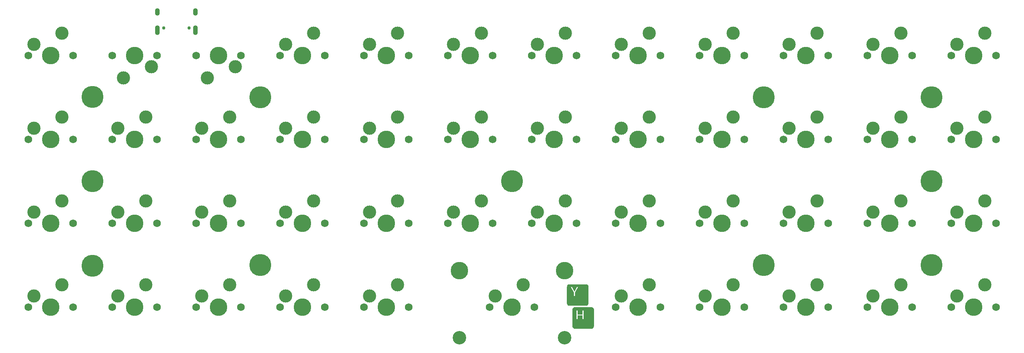
<source format=gbr>
%TF.GenerationSoftware,KiCad,Pcbnew,(6.0.0)*%
%TF.CreationDate,2023-08-19T11:13:56+07:00*%
%TF.ProjectId,pacman,7061636d-616e-42e6-9b69-6361645f7063,rev?*%
%TF.SameCoordinates,Original*%
%TF.FileFunction,Soldermask,Top*%
%TF.FilePolarity,Negative*%
%FSLAX46Y46*%
G04 Gerber Fmt 4.6, Leading zero omitted, Abs format (unit mm)*
G04 Created by KiCad (PCBNEW (6.0.0)) date 2023-08-19 11:13:56*
%MOMM*%
%LPD*%
G01*
G04 APERTURE LIST*
%ADD10C,0.010000*%
%ADD11C,3.987800*%
%ADD12C,1.750000*%
%ADD13C,3.000000*%
%ADD14C,5.000000*%
%ADD15C,3.048000*%
%ADD16C,0.750000*%
%ADD17O,1.100000X1.700000*%
%ADD18O,1.100000X2.200000*%
G04 APERTURE END LIST*
D10*
%TO.C,Ref\u002A\u002A*%
X150369248Y-84614946D02*
X150466435Y-84684049D01*
X150466435Y-84684049D02*
X150550502Y-84775472D01*
X150550502Y-84775472D02*
X150610471Y-84875965D01*
X150610471Y-84875965D02*
X150628613Y-84927913D01*
X150628613Y-84927913D02*
X150633150Y-84963519D01*
X150633150Y-84963519D02*
X150637169Y-85032848D01*
X150637169Y-85032848D02*
X150640681Y-85136842D01*
X150640681Y-85136842D02*
X150643697Y-85276444D01*
X150643697Y-85276444D02*
X150646227Y-85452597D01*
X150646227Y-85452597D02*
X150648283Y-85666245D01*
X150648283Y-85666245D02*
X150649875Y-85918331D01*
X150649875Y-85918331D02*
X150651015Y-86209798D01*
X150651015Y-86209798D02*
X150651712Y-86541589D01*
X150651712Y-86541589D02*
X150651977Y-86914648D01*
X150651977Y-86914648D02*
X150651981Y-86965415D01*
X150651981Y-86965415D02*
X150652032Y-87309962D01*
X150652032Y-87309962D02*
X150652057Y-87614780D01*
X150652057Y-87614780D02*
X150651859Y-87882475D01*
X150651859Y-87882475D02*
X150651243Y-88115653D01*
X150651243Y-88115653D02*
X150650015Y-88316918D01*
X150650015Y-88316918D02*
X150647979Y-88488875D01*
X150647979Y-88488875D02*
X150644940Y-88634129D01*
X150644940Y-88634129D02*
X150640703Y-88755286D01*
X150640703Y-88755286D02*
X150635072Y-88854950D01*
X150635072Y-88854950D02*
X150627853Y-88935727D01*
X150627853Y-88935727D02*
X150618850Y-89000221D01*
X150618850Y-89000221D02*
X150607868Y-89051038D01*
X150607868Y-89051038D02*
X150594711Y-89090783D01*
X150594711Y-89090783D02*
X150579186Y-89122060D01*
X150579186Y-89122060D02*
X150561096Y-89147475D01*
X150561096Y-89147475D02*
X150540246Y-89169633D01*
X150540246Y-89169633D02*
X150516441Y-89191139D01*
X150516441Y-89191139D02*
X150489486Y-89214597D01*
X150489486Y-89214597D02*
X150483026Y-89220358D01*
X150483026Y-89220358D02*
X150384661Y-89293908D01*
X150384661Y-89293908D02*
X150290269Y-89336631D01*
X150290269Y-89336631D02*
X150283477Y-89338445D01*
X150283477Y-89338445D02*
X150247019Y-89342278D01*
X150247019Y-89342278D02*
X150171982Y-89345751D01*
X150171982Y-89345751D02*
X150062048Y-89348864D01*
X150062048Y-89348864D02*
X149920897Y-89351619D01*
X149920897Y-89351619D02*
X149752209Y-89354016D01*
X149752209Y-89354016D02*
X149559667Y-89356056D01*
X149559667Y-89356056D02*
X149346950Y-89357741D01*
X149346950Y-89357741D02*
X149117739Y-89359072D01*
X149117739Y-89359072D02*
X148875715Y-89360049D01*
X148875715Y-89360049D02*
X148624560Y-89360674D01*
X148624560Y-89360674D02*
X148367953Y-89360948D01*
X148367953Y-89360948D02*
X148109575Y-89360871D01*
X148109575Y-89360871D02*
X147853109Y-89360446D01*
X147853109Y-89360446D02*
X147602233Y-89359672D01*
X147602233Y-89359672D02*
X147360629Y-89358551D01*
X147360629Y-89358551D02*
X147131978Y-89357084D01*
X147131978Y-89357084D02*
X146919961Y-89355272D01*
X146919961Y-89355272D02*
X146728258Y-89353116D01*
X146728258Y-89353116D02*
X146560551Y-89350617D01*
X146560551Y-89350617D02*
X146420520Y-89347776D01*
X146420520Y-89347776D02*
X146311845Y-89344594D01*
X146311845Y-89344594D02*
X146238208Y-89341073D01*
X146238208Y-89341073D02*
X146203559Y-89337286D01*
X146203559Y-89337286D02*
X146117955Y-89298405D01*
X146117955Y-89298405D02*
X146029261Y-89231751D01*
X146029261Y-89231751D02*
X145950614Y-89148650D01*
X145950614Y-89148650D02*
X145904626Y-89079568D01*
X145904626Y-89079568D02*
X145857731Y-88991884D01*
X145857731Y-88991884D02*
X145857731Y-86959884D01*
X145857731Y-86959884D02*
X145857759Y-86620705D01*
X145857759Y-86620705D02*
X145857875Y-86321276D01*
X145857875Y-86321276D02*
X145858129Y-86059014D01*
X145858129Y-86059014D02*
X145858567Y-85831334D01*
X145858567Y-85831334D02*
X145859239Y-85635654D01*
X145859239Y-85635654D02*
X145860193Y-85469390D01*
X145860193Y-85469390D02*
X145861478Y-85329958D01*
X145861478Y-85329958D02*
X145863141Y-85214776D01*
X145863141Y-85214776D02*
X145863639Y-85192468D01*
X145863639Y-85192468D02*
X146714981Y-85192468D01*
X146714981Y-85192468D02*
X146714981Y-87287968D01*
X146714981Y-87287968D02*
X147053648Y-87287968D01*
X147053648Y-87287968D02*
X147053648Y-86377801D01*
X147053648Y-86377801D02*
X148006148Y-86377801D01*
X148006148Y-86377801D02*
X148006148Y-87287968D01*
X148006148Y-87287968D02*
X148344814Y-87287968D01*
X148344814Y-87287968D02*
X148344814Y-85192468D01*
X148344814Y-85192468D02*
X148006148Y-85192468D01*
X148006148Y-85192468D02*
X148006148Y-86123801D01*
X148006148Y-86123801D02*
X147053648Y-86123801D01*
X147053648Y-86123801D02*
X147053648Y-85192468D01*
X147053648Y-85192468D02*
X146714981Y-85192468D01*
X146714981Y-85192468D02*
X145863639Y-85192468D01*
X145863639Y-85192468D02*
X145865232Y-85121259D01*
X145865232Y-85121259D02*
X145867798Y-85046825D01*
X145867798Y-85046825D02*
X145870888Y-84988889D01*
X145870888Y-84988889D02*
X145874551Y-84944869D01*
X145874551Y-84944869D02*
X145878834Y-84912181D01*
X145878834Y-84912181D02*
X145883787Y-84888241D01*
X145883787Y-84888241D02*
X145889457Y-84870466D01*
X145889457Y-84870466D02*
X145895893Y-84856273D01*
X145895893Y-84856273D02*
X145897189Y-84853801D01*
X145897189Y-84853801D02*
X145987627Y-84726422D01*
X145987627Y-84726422D02*
X146105577Y-84629499D01*
X146105577Y-84629499D02*
X146132898Y-84613737D01*
X146132898Y-84613737D02*
X146217564Y-84568051D01*
X146217564Y-84568051D02*
X150281564Y-84568051D01*
X150281564Y-84568051D02*
X150369248Y-84614946D01*
X150369248Y-84614946D02*
X150369248Y-84614946D01*
G36*
X150369248Y-84614946D02*
G01*
X150466435Y-84684049D01*
X150550502Y-84775472D01*
X150610471Y-84875965D01*
X150628613Y-84927913D01*
X150633150Y-84963519D01*
X150637169Y-85032848D01*
X150640681Y-85136842D01*
X150643697Y-85276444D01*
X150646227Y-85452597D01*
X150648283Y-85666245D01*
X150649875Y-85918331D01*
X150651015Y-86209798D01*
X150651712Y-86541589D01*
X150651977Y-86914648D01*
X150651981Y-86965415D01*
X150652032Y-87309962D01*
X150652057Y-87614780D01*
X150651859Y-87882475D01*
X150651243Y-88115653D01*
X150650015Y-88316918D01*
X150647979Y-88488875D01*
X150644940Y-88634129D01*
X150640703Y-88755286D01*
X150635072Y-88854950D01*
X150627853Y-88935727D01*
X150618850Y-89000221D01*
X150607868Y-89051038D01*
X150594711Y-89090783D01*
X150579186Y-89122060D01*
X150561096Y-89147475D01*
X150540246Y-89169633D01*
X150516441Y-89191139D01*
X150489486Y-89214597D01*
X150483026Y-89220358D01*
X150384661Y-89293908D01*
X150290269Y-89336631D01*
X150283477Y-89338445D01*
X150247019Y-89342278D01*
X150171982Y-89345751D01*
X150062048Y-89348864D01*
X149920897Y-89351619D01*
X149752209Y-89354016D01*
X149559667Y-89356056D01*
X149346950Y-89357741D01*
X149117739Y-89359072D01*
X148875715Y-89360049D01*
X148624560Y-89360674D01*
X148367953Y-89360948D01*
X148109575Y-89360871D01*
X147853109Y-89360446D01*
X147602233Y-89359672D01*
X147360629Y-89358551D01*
X147131978Y-89357084D01*
X146919961Y-89355272D01*
X146728258Y-89353116D01*
X146560551Y-89350617D01*
X146420520Y-89347776D01*
X146311845Y-89344594D01*
X146238208Y-89341073D01*
X146203559Y-89337286D01*
X146117955Y-89298405D01*
X146029261Y-89231751D01*
X145950614Y-89148650D01*
X145904626Y-89079568D01*
X145857731Y-88991884D01*
X145857731Y-87287968D01*
X146714981Y-87287968D01*
X147053648Y-87287968D01*
X147053648Y-86377801D01*
X148006148Y-86377801D01*
X148006148Y-87287968D01*
X148344814Y-87287968D01*
X148344814Y-85192468D01*
X148006148Y-85192468D01*
X148006148Y-86123801D01*
X147053648Y-86123801D01*
X147053648Y-85192468D01*
X146714981Y-85192468D01*
X146714981Y-87287968D01*
X145857731Y-87287968D01*
X145857731Y-86959884D01*
X145857759Y-86620705D01*
X145857875Y-86321276D01*
X145858129Y-86059014D01*
X145858567Y-85831334D01*
X145859239Y-85635654D01*
X145860193Y-85469390D01*
X145861478Y-85329958D01*
X145863141Y-85214776D01*
X145863639Y-85192468D01*
X145865232Y-85121259D01*
X145867798Y-85046825D01*
X145870888Y-84988889D01*
X145874551Y-84944869D01*
X145878834Y-84912181D01*
X145883787Y-84888241D01*
X145889457Y-84870466D01*
X145895893Y-84856273D01*
X145897189Y-84853801D01*
X145987627Y-84726422D01*
X146105577Y-84629499D01*
X146132898Y-84613737D01*
X146217564Y-84568051D01*
X150281564Y-84568051D01*
X150369248Y-84614946D01*
G37*
X150369248Y-84614946D02*
X150466435Y-84684049D01*
X150550502Y-84775472D01*
X150610471Y-84875965D01*
X150628613Y-84927913D01*
X150633150Y-84963519D01*
X150637169Y-85032848D01*
X150640681Y-85136842D01*
X150643697Y-85276444D01*
X150646227Y-85452597D01*
X150648283Y-85666245D01*
X150649875Y-85918331D01*
X150651015Y-86209798D01*
X150651712Y-86541589D01*
X150651977Y-86914648D01*
X150651981Y-86965415D01*
X150652032Y-87309962D01*
X150652057Y-87614780D01*
X150651859Y-87882475D01*
X150651243Y-88115653D01*
X150650015Y-88316918D01*
X150647979Y-88488875D01*
X150644940Y-88634129D01*
X150640703Y-88755286D01*
X150635072Y-88854950D01*
X150627853Y-88935727D01*
X150618850Y-89000221D01*
X150607868Y-89051038D01*
X150594711Y-89090783D01*
X150579186Y-89122060D01*
X150561096Y-89147475D01*
X150540246Y-89169633D01*
X150516441Y-89191139D01*
X150489486Y-89214597D01*
X150483026Y-89220358D01*
X150384661Y-89293908D01*
X150290269Y-89336631D01*
X150283477Y-89338445D01*
X150247019Y-89342278D01*
X150171982Y-89345751D01*
X150062048Y-89348864D01*
X149920897Y-89351619D01*
X149752209Y-89354016D01*
X149559667Y-89356056D01*
X149346950Y-89357741D01*
X149117739Y-89359072D01*
X148875715Y-89360049D01*
X148624560Y-89360674D01*
X148367953Y-89360948D01*
X148109575Y-89360871D01*
X147853109Y-89360446D01*
X147602233Y-89359672D01*
X147360629Y-89358551D01*
X147131978Y-89357084D01*
X146919961Y-89355272D01*
X146728258Y-89353116D01*
X146560551Y-89350617D01*
X146420520Y-89347776D01*
X146311845Y-89344594D01*
X146238208Y-89341073D01*
X146203559Y-89337286D01*
X146117955Y-89298405D01*
X146029261Y-89231751D01*
X145950614Y-89148650D01*
X145904626Y-89079568D01*
X145857731Y-88991884D01*
X145857731Y-87287968D01*
X146714981Y-87287968D01*
X147053648Y-87287968D01*
X147053648Y-86377801D01*
X148006148Y-86377801D01*
X148006148Y-87287968D01*
X148344814Y-87287968D01*
X148344814Y-85192468D01*
X148006148Y-85192468D01*
X148006148Y-86123801D01*
X147053648Y-86123801D01*
X147053648Y-85192468D01*
X146714981Y-85192468D01*
X146714981Y-87287968D01*
X145857731Y-87287968D01*
X145857731Y-86959884D01*
X145857759Y-86620705D01*
X145857875Y-86321276D01*
X145858129Y-86059014D01*
X145858567Y-85831334D01*
X145859239Y-85635654D01*
X145860193Y-85469390D01*
X145861478Y-85329958D01*
X145863141Y-85214776D01*
X145863639Y-85192468D01*
X145865232Y-85121259D01*
X145867798Y-85046825D01*
X145870888Y-84988889D01*
X145874551Y-84944869D01*
X145878834Y-84912181D01*
X145883787Y-84888241D01*
X145889457Y-84870466D01*
X145895893Y-84856273D01*
X145897189Y-84853801D01*
X145987627Y-84726422D01*
X146105577Y-84629499D01*
X146132898Y-84613737D01*
X146217564Y-84568051D01*
X150281564Y-84568051D01*
X150369248Y-84614946D01*
X149111612Y-79389158D02*
X149232706Y-79471818D01*
X149232706Y-79471818D02*
X149326242Y-79585671D01*
X149326242Y-79585671D02*
X149358730Y-79646801D01*
X149358730Y-79646801D02*
X149364435Y-79662564D01*
X149364435Y-79662564D02*
X149369469Y-79685036D01*
X149369469Y-79685036D02*
X149373874Y-79716766D01*
X149373874Y-79716766D02*
X149377689Y-79760300D01*
X149377689Y-79760300D02*
X149380957Y-79818183D01*
X149380957Y-79818183D02*
X149383718Y-79892963D01*
X149383718Y-79892963D02*
X149386015Y-79987187D01*
X149386015Y-79987187D02*
X149387886Y-80103401D01*
X149387886Y-80103401D02*
X149389375Y-80244151D01*
X149389375Y-80244151D02*
X149390522Y-80411984D01*
X149390522Y-80411984D02*
X149391368Y-80609448D01*
X149391368Y-80609448D02*
X149391954Y-80839087D01*
X149391954Y-80839087D02*
X149392321Y-81103450D01*
X149392321Y-81103450D02*
X149392511Y-81405083D01*
X149392511Y-81405083D02*
X149392564Y-81742301D01*
X149392564Y-81742301D02*
X149392564Y-83763718D01*
X149392564Y-83763718D02*
X149346472Y-83849828D01*
X149346472Y-83849828D02*
X149283347Y-83941112D01*
X149283347Y-83941112D02*
X149200990Y-84023327D01*
X149200990Y-84023327D02*
X149112024Y-84085330D01*
X149112024Y-84085330D02*
X149050104Y-84111441D01*
X149050104Y-84111441D02*
X149013186Y-84115877D01*
X149013186Y-84115877D02*
X148936014Y-84119816D01*
X148936014Y-84119816D02*
X148818349Y-84123262D01*
X148818349Y-84123262D02*
X148659950Y-84126217D01*
X148659950Y-84126217D02*
X148460579Y-84128683D01*
X148460579Y-84128683D02*
X148219996Y-84130663D01*
X148219996Y-84130663D02*
X147937962Y-84132160D01*
X147937962Y-84132160D02*
X147614236Y-84133177D01*
X147614236Y-84133177D02*
X147248580Y-84133715D01*
X147248580Y-84133715D02*
X146979564Y-84133809D01*
X146979564Y-84133809D02*
X144989898Y-84133721D01*
X144989898Y-84133721D02*
X144884064Y-84083812D01*
X144884064Y-84083812D02*
X144782169Y-84024967D01*
X144782169Y-84024967D02*
X144708657Y-83953027D01*
X144708657Y-83953027D02*
X144650097Y-83854317D01*
X144650097Y-83854317D02*
X144642426Y-83837801D01*
X144642426Y-83837801D02*
X144635162Y-83821000D01*
X144635162Y-83821000D02*
X144628762Y-83802864D01*
X144628762Y-83802864D02*
X144623169Y-83780751D01*
X144623169Y-83780751D02*
X144618328Y-83752019D01*
X144618328Y-83752019D02*
X144614185Y-83714027D01*
X144614185Y-83714027D02*
X144610683Y-83664133D01*
X144610683Y-83664133D02*
X144607768Y-83599695D01*
X144607768Y-83599695D02*
X144605385Y-83518071D01*
X144605385Y-83518071D02*
X144603478Y-83416620D01*
X144603478Y-83416620D02*
X144601992Y-83292700D01*
X144601992Y-83292700D02*
X144600872Y-83143669D01*
X144600872Y-83143669D02*
X144600062Y-82966884D01*
X144600062Y-82966884D02*
X144599508Y-82759705D01*
X144599508Y-82759705D02*
X144599153Y-82519490D01*
X144599153Y-82519490D02*
X144598944Y-82243597D01*
X144598944Y-82243597D02*
X144598824Y-81929384D01*
X144598824Y-81929384D02*
X144598779Y-81750254D01*
X144598779Y-81750254D02*
X144598672Y-81405174D01*
X144598672Y-81405174D02*
X144598623Y-81099834D01*
X144598623Y-81099834D02*
X144598786Y-80831641D01*
X144598786Y-80831641D02*
X144599313Y-80598002D01*
X144599313Y-80598002D02*
X144600357Y-80396323D01*
X144600357Y-80396323D02*
X144602073Y-80224011D01*
X144602073Y-80224011D02*
X144604612Y-80078473D01*
X144604612Y-80078473D02*
X144608129Y-79957116D01*
X144608129Y-79957116D02*
X144610951Y-79896507D01*
X144610951Y-79896507D02*
X145406175Y-79896507D01*
X145406175Y-79896507D02*
X145417443Y-79918541D01*
X145417443Y-79918541D02*
X145446280Y-79973541D01*
X145446280Y-79973541D02*
X145490357Y-80057107D01*
X145490357Y-80057107D02*
X145547348Y-80164839D01*
X145547348Y-80164839D02*
X145614926Y-80292336D01*
X145614926Y-80292336D02*
X145690763Y-80435199D01*
X145690763Y-80435199D02*
X145757189Y-80560177D01*
X145757189Y-80560177D02*
X146101148Y-81206975D01*
X146101148Y-81206975D02*
X146101148Y-81975134D01*
X146101148Y-81975134D02*
X146439814Y-81975134D01*
X146439814Y-81975134D02*
X146439814Y-81230464D01*
X146439814Y-81230464D02*
X146791684Y-80570924D01*
X146791684Y-80570924D02*
X146873646Y-80417333D01*
X146873646Y-80417333D02*
X146949359Y-80275527D01*
X146949359Y-80275527D02*
X147016499Y-80149851D01*
X147016499Y-80149851D02*
X147072744Y-80044648D01*
X147072744Y-80044648D02*
X147115772Y-79964262D01*
X147115772Y-79964262D02*
X147143261Y-79913038D01*
X147143261Y-79913038D02*
X147152766Y-79895509D01*
X147152766Y-79895509D02*
X147137558Y-79888392D01*
X147137558Y-79888392D02*
X147089063Y-79882926D01*
X147089063Y-79882926D02*
X147016322Y-79879944D01*
X147016322Y-79879944D02*
X146980898Y-79879634D01*
X146980898Y-79879634D02*
X146799817Y-79879634D01*
X146799817Y-79879634D02*
X146545648Y-80387634D01*
X146545648Y-80387634D02*
X146477836Y-80522028D01*
X146477836Y-80522028D02*
X146415674Y-80643055D01*
X146415674Y-80643055D02*
X146361774Y-80745806D01*
X146361774Y-80745806D02*
X146318744Y-80825372D01*
X146318744Y-80825372D02*
X146289195Y-80876846D01*
X146289195Y-80876846D02*
X146275737Y-80895318D01*
X146275737Y-80895318D02*
X146275688Y-80895319D01*
X146275688Y-80895319D02*
X146262611Y-80876975D01*
X146262611Y-80876975D02*
X146233785Y-80825422D01*
X146233785Y-80825422D02*
X146191777Y-80745616D01*
X146191777Y-80745616D02*
X146139151Y-80642517D01*
X146139151Y-80642517D02*
X146078472Y-80521080D01*
X146078472Y-80521080D02*
X146012820Y-80387319D01*
X146012820Y-80387319D02*
X145765742Y-79879634D01*
X145765742Y-79879634D02*
X145582431Y-79879634D01*
X145582431Y-79879634D02*
X145501351Y-79881420D01*
X145501351Y-79881420D02*
X145440351Y-79886193D01*
X145440351Y-79886193D02*
X145408569Y-79893079D01*
X145408569Y-79893079D02*
X145406175Y-79896507D01*
X145406175Y-79896507D02*
X144610951Y-79896507D01*
X144610951Y-79896507D02*
X144612775Y-79857347D01*
X144612775Y-79857347D02*
X144618705Y-79776572D01*
X144618705Y-79776572D02*
X144626071Y-79712198D01*
X144626071Y-79712198D02*
X144635026Y-79661631D01*
X144635026Y-79661631D02*
X144645724Y-79622280D01*
X144645724Y-79622280D02*
X144658317Y-79591550D01*
X144658317Y-79591550D02*
X144672959Y-79566848D01*
X144672959Y-79566848D02*
X144689803Y-79545582D01*
X144689803Y-79545582D02*
X144709001Y-79525157D01*
X144709001Y-79525157D02*
X144730708Y-79502981D01*
X144730708Y-79502981D02*
X144731506Y-79502150D01*
X144731506Y-79502150D02*
X144795826Y-79445328D01*
X144795826Y-79445328D02*
X144869032Y-79394255D01*
X144869032Y-79394255D02*
X144884064Y-79385654D01*
X144884064Y-79385654D02*
X144968731Y-79339884D01*
X144968731Y-79339884D02*
X149011564Y-79339884D01*
X149011564Y-79339884D02*
X149111612Y-79389158D01*
X149111612Y-79389158D02*
X149111612Y-79389158D01*
G36*
X144618705Y-79776572D02*
G01*
X144626071Y-79712198D01*
X144635026Y-79661631D01*
X144645724Y-79622280D01*
X144658317Y-79591550D01*
X144672959Y-79566848D01*
X144689803Y-79545582D01*
X144709001Y-79525157D01*
X144730708Y-79502981D01*
X144731506Y-79502150D01*
X144795826Y-79445328D01*
X144869032Y-79394255D01*
X144884064Y-79385654D01*
X144968731Y-79339884D01*
X149011564Y-79339884D01*
X149111612Y-79389158D01*
X149232706Y-79471818D01*
X149326242Y-79585671D01*
X149358730Y-79646801D01*
X149364435Y-79662564D01*
X149369469Y-79685036D01*
X149373874Y-79716766D01*
X149377689Y-79760300D01*
X149380957Y-79818183D01*
X149383718Y-79892963D01*
X149386015Y-79987187D01*
X149387886Y-80103401D01*
X149389375Y-80244151D01*
X149390522Y-80411984D01*
X149391368Y-80609448D01*
X149391954Y-80839087D01*
X149392321Y-81103450D01*
X149392511Y-81405083D01*
X149392564Y-81742301D01*
X149392564Y-83763718D01*
X149346472Y-83849828D01*
X149283347Y-83941112D01*
X149200990Y-84023327D01*
X149112024Y-84085330D01*
X149050104Y-84111441D01*
X149013186Y-84115877D01*
X148936014Y-84119816D01*
X148818349Y-84123262D01*
X148659950Y-84126217D01*
X148460579Y-84128683D01*
X148219996Y-84130663D01*
X147937962Y-84132160D01*
X147614236Y-84133177D01*
X147248580Y-84133715D01*
X146979564Y-84133809D01*
X144989898Y-84133721D01*
X144884064Y-84083812D01*
X144782169Y-84024967D01*
X144708657Y-83953027D01*
X144650097Y-83854317D01*
X144642426Y-83837801D01*
X144635162Y-83821000D01*
X144628762Y-83802864D01*
X144623169Y-83780751D01*
X144618328Y-83752019D01*
X144614185Y-83714027D01*
X144610683Y-83664133D01*
X144607768Y-83599695D01*
X144605385Y-83518071D01*
X144603478Y-83416620D01*
X144601992Y-83292700D01*
X144600872Y-83143669D01*
X144600062Y-82966884D01*
X144599508Y-82759705D01*
X144599153Y-82519490D01*
X144598944Y-82243597D01*
X144598824Y-81929384D01*
X144598779Y-81750254D01*
X144598672Y-81405174D01*
X144598623Y-81099834D01*
X144598786Y-80831641D01*
X144599313Y-80598002D01*
X144600357Y-80396323D01*
X144602073Y-80224011D01*
X144604612Y-80078473D01*
X144608129Y-79957116D01*
X144610951Y-79896507D01*
X145406175Y-79896507D01*
X145417443Y-79918541D01*
X145446280Y-79973541D01*
X145490357Y-80057107D01*
X145547348Y-80164839D01*
X145614926Y-80292336D01*
X145690763Y-80435199D01*
X145757189Y-80560177D01*
X146101148Y-81206975D01*
X146101148Y-81975134D01*
X146439814Y-81975134D01*
X146439814Y-81230464D01*
X146791684Y-80570924D01*
X146873646Y-80417333D01*
X146949359Y-80275527D01*
X147016499Y-80149851D01*
X147072744Y-80044648D01*
X147115772Y-79964262D01*
X147143261Y-79913038D01*
X147152766Y-79895509D01*
X147137558Y-79888392D01*
X147089063Y-79882926D01*
X147016322Y-79879944D01*
X146980898Y-79879634D01*
X146799817Y-79879634D01*
X146545648Y-80387634D01*
X146477836Y-80522028D01*
X146415674Y-80643055D01*
X146361774Y-80745806D01*
X146318744Y-80825372D01*
X146289195Y-80876846D01*
X146275737Y-80895318D01*
X146275688Y-80895319D01*
X146262611Y-80876975D01*
X146233785Y-80825422D01*
X146191777Y-80745616D01*
X146139151Y-80642517D01*
X146078472Y-80521080D01*
X146012820Y-80387319D01*
X145765742Y-79879634D01*
X145582431Y-79879634D01*
X145501351Y-79881420D01*
X145440351Y-79886193D01*
X145408569Y-79893079D01*
X145406175Y-79896507D01*
X144610951Y-79896507D01*
X144612775Y-79857347D01*
X144618705Y-79776572D01*
G37*
X144618705Y-79776572D02*
X144626071Y-79712198D01*
X144635026Y-79661631D01*
X144645724Y-79622280D01*
X144658317Y-79591550D01*
X144672959Y-79566848D01*
X144689803Y-79545582D01*
X144709001Y-79525157D01*
X144730708Y-79502981D01*
X144731506Y-79502150D01*
X144795826Y-79445328D01*
X144869032Y-79394255D01*
X144884064Y-79385654D01*
X144968731Y-79339884D01*
X149011564Y-79339884D01*
X149111612Y-79389158D01*
X149232706Y-79471818D01*
X149326242Y-79585671D01*
X149358730Y-79646801D01*
X149364435Y-79662564D01*
X149369469Y-79685036D01*
X149373874Y-79716766D01*
X149377689Y-79760300D01*
X149380957Y-79818183D01*
X149383718Y-79892963D01*
X149386015Y-79987187D01*
X149387886Y-80103401D01*
X149389375Y-80244151D01*
X149390522Y-80411984D01*
X149391368Y-80609448D01*
X149391954Y-80839087D01*
X149392321Y-81103450D01*
X149392511Y-81405083D01*
X149392564Y-81742301D01*
X149392564Y-83763718D01*
X149346472Y-83849828D01*
X149283347Y-83941112D01*
X149200990Y-84023327D01*
X149112024Y-84085330D01*
X149050104Y-84111441D01*
X149013186Y-84115877D01*
X148936014Y-84119816D01*
X148818349Y-84123262D01*
X148659950Y-84126217D01*
X148460579Y-84128683D01*
X148219996Y-84130663D01*
X147937962Y-84132160D01*
X147614236Y-84133177D01*
X147248580Y-84133715D01*
X146979564Y-84133809D01*
X144989898Y-84133721D01*
X144884064Y-84083812D01*
X144782169Y-84024967D01*
X144708657Y-83953027D01*
X144650097Y-83854317D01*
X144642426Y-83837801D01*
X144635162Y-83821000D01*
X144628762Y-83802864D01*
X144623169Y-83780751D01*
X144618328Y-83752019D01*
X144614185Y-83714027D01*
X144610683Y-83664133D01*
X144607768Y-83599695D01*
X144605385Y-83518071D01*
X144603478Y-83416620D01*
X144601992Y-83292700D01*
X144600872Y-83143669D01*
X144600062Y-82966884D01*
X144599508Y-82759705D01*
X144599153Y-82519490D01*
X144598944Y-82243597D01*
X144598824Y-81929384D01*
X144598779Y-81750254D01*
X144598672Y-81405174D01*
X144598623Y-81099834D01*
X144598786Y-80831641D01*
X144599313Y-80598002D01*
X144600357Y-80396323D01*
X144602073Y-80224011D01*
X144604612Y-80078473D01*
X144608129Y-79957116D01*
X144610951Y-79896507D01*
X145406175Y-79896507D01*
X145417443Y-79918541D01*
X145446280Y-79973541D01*
X145490357Y-80057107D01*
X145547348Y-80164839D01*
X145614926Y-80292336D01*
X145690763Y-80435199D01*
X145757189Y-80560177D01*
X146101148Y-81206975D01*
X146101148Y-81975134D01*
X146439814Y-81975134D01*
X146439814Y-81230464D01*
X146791684Y-80570924D01*
X146873646Y-80417333D01*
X146949359Y-80275527D01*
X147016499Y-80149851D01*
X147072744Y-80044648D01*
X147115772Y-79964262D01*
X147143261Y-79913038D01*
X147152766Y-79895509D01*
X147137558Y-79888392D01*
X147089063Y-79882926D01*
X147016322Y-79879944D01*
X146980898Y-79879634D01*
X146799817Y-79879634D01*
X146545648Y-80387634D01*
X146477836Y-80522028D01*
X146415674Y-80643055D01*
X146361774Y-80745806D01*
X146318744Y-80825372D01*
X146289195Y-80876846D01*
X146275737Y-80895318D01*
X146275688Y-80895319D01*
X146262611Y-80876975D01*
X146233785Y-80825422D01*
X146191777Y-80745616D01*
X146139151Y-80642517D01*
X146078472Y-80521080D01*
X146012820Y-80387319D01*
X145765742Y-79879634D01*
X145582431Y-79879634D01*
X145501351Y-79881420D01*
X145440351Y-79886193D01*
X145408569Y-79893079D01*
X145406175Y-79896507D01*
X144610951Y-79896507D01*
X144612775Y-79857347D01*
X144618705Y-79776572D01*
%TD*%
D11*
%TO.C,SW1*%
X27374398Y-27384398D03*
D12*
X22294398Y-27384398D03*
D13*
X23564398Y-24844398D03*
X29914398Y-22304398D03*
D12*
X32454398Y-27384398D03*
%TD*%
%TO.C,SW12*%
X242004574Y-27384398D03*
D13*
X239464574Y-22304398D03*
D12*
X231844574Y-27384398D03*
D13*
X233114574Y-24844398D03*
D11*
X236924574Y-27384398D03*
%TD*%
D12*
%TO.C,SW20*%
X165814510Y-46434414D03*
D13*
X156924510Y-43894414D03*
D11*
X160734510Y-46434414D03*
D13*
X163274510Y-41354414D03*
D12*
X155654510Y-46434414D03*
%TD*%
D13*
%TO.C,SW16*%
X80724446Y-43894414D03*
D12*
X79454446Y-46434414D03*
X89614446Y-46434414D03*
D13*
X87074446Y-41354414D03*
D11*
X84534446Y-46434414D03*
%TD*%
D14*
%TO.C,*%
X36909840Y-75129384D03*
%TD*%
D11*
%TO.C,SW3*%
X65494430Y-27384398D03*
D13*
X69304430Y-29924398D03*
D12*
X70574430Y-27384398D03*
D13*
X62954430Y-32464398D03*
D12*
X60414430Y-27384398D03*
%TD*%
D14*
%TO.C,*%
X227412240Y-55960080D03*
%TD*%
D12*
%TO.C,SW6*%
X127714478Y-27384398D03*
D13*
X125174478Y-22304398D03*
X118824478Y-24844398D03*
D11*
X122634478Y-27384398D03*
D12*
X117554478Y-27384398D03*
%TD*%
%TO.C,SW4*%
X89614446Y-27384398D03*
D13*
X80724446Y-24844398D03*
D11*
X84534446Y-27384398D03*
D13*
X87074446Y-22304398D03*
D12*
X79454446Y-27384398D03*
%TD*%
%TO.C,SW23*%
X212804558Y-46434414D03*
D13*
X214074558Y-43894414D03*
X220424558Y-41354414D03*
D11*
X217884558Y-46434414D03*
D12*
X222964558Y-46434414D03*
%TD*%
D11*
%TO.C,SW35*%
X217874558Y-65484430D03*
D13*
X214064558Y-62944430D03*
D12*
X222954558Y-65484430D03*
X212794558Y-65484430D03*
D13*
X220414558Y-60404430D03*
%TD*%
D12*
%TO.C,SW46*%
X203914542Y-84534446D03*
D13*
X195024542Y-81994446D03*
X201374542Y-79454446D03*
D12*
X193754542Y-84534446D03*
D11*
X198834542Y-84534446D03*
%TD*%
D13*
%TO.C,SW10*%
X195024542Y-24844398D03*
X201374542Y-22304398D03*
D11*
X198834542Y-27384398D03*
D12*
X203914542Y-27384398D03*
X193754542Y-27384398D03*
%TD*%
%TO.C,SW27*%
X60404430Y-65484430D03*
X70564430Y-65484430D03*
D11*
X65484430Y-65484430D03*
D13*
X68024430Y-60404430D03*
X61674430Y-62944430D03*
%TD*%
D11*
%TO.C,SW40*%
X84524446Y-84534446D03*
D12*
X89604446Y-84534446D03*
X79444446Y-84534446D03*
D13*
X80714446Y-81994446D03*
X87064446Y-79454446D03*
%TD*%
D14*
%TO.C,*%
X132141190Y-55960048D03*
%TD*%
D11*
%TO.C,SW2*%
X46444414Y-27384398D03*
D13*
X50254414Y-29924398D03*
X43904414Y-32464398D03*
D12*
X41364414Y-27384398D03*
X51524414Y-27384398D03*
%TD*%
D14*
%TO.C,*%
X75010320Y-36909840D03*
%TD*%
D13*
%TO.C,SW14*%
X42624414Y-43894414D03*
D11*
X46434414Y-46434414D03*
D12*
X51514414Y-46434414D03*
X41354414Y-46434414D03*
D13*
X48974414Y-41354414D03*
%TD*%
D11*
%TO.C,SW8*%
X160734510Y-27384398D03*
D13*
X156924510Y-24844398D03*
X163274510Y-22304398D03*
D12*
X165814510Y-27384398D03*
X155654510Y-27384398D03*
%TD*%
D13*
%TO.C,SW26*%
X42624414Y-62944430D03*
D12*
X51514414Y-65484430D03*
X41354414Y-65484430D03*
D11*
X46434414Y-65484430D03*
D13*
X48974414Y-60404430D03*
%TD*%
D12*
%TO.C,SW32*%
X165814510Y-65484430D03*
X155654510Y-65484430D03*
D11*
X160734510Y-65484430D03*
D13*
X156924510Y-62944430D03*
X163274510Y-60404430D03*
%TD*%
D12*
%TO.C,SW47*%
X222964558Y-84534446D03*
D13*
X214074558Y-81994446D03*
D12*
X212804558Y-84534446D03*
D13*
X220424558Y-79454446D03*
D11*
X217884558Y-84534446D03*
%TD*%
D14*
%TO.C,*%
X75010320Y-75010320D03*
%TD*%
D11*
%TO.C,SW21*%
X179784526Y-46434414D03*
D13*
X175974526Y-43894414D03*
D12*
X184864526Y-46434414D03*
D13*
X182324526Y-41354414D03*
D12*
X174704526Y-46434414D03*
%TD*%
%TO.C,SW25*%
X32464398Y-65484430D03*
D13*
X29924398Y-60404430D03*
X23574398Y-62944430D03*
D12*
X22304398Y-65484430D03*
D11*
X27384398Y-65484430D03*
%TD*%
D14*
%TO.C,*%
X189311760Y-75010320D03*
%TD*%
D11*
%TO.C,SW13*%
X27384398Y-46434414D03*
D12*
X32464398Y-46434414D03*
D13*
X23574398Y-43894414D03*
X29924398Y-41354414D03*
D12*
X22304398Y-46434414D03*
%TD*%
D13*
%TO.C,SW36*%
X239474574Y-60404430D03*
X233124574Y-62944430D03*
D11*
X236934574Y-65484430D03*
D12*
X231854574Y-65484430D03*
X242014574Y-65484430D03*
%TD*%
%TO.C,SW15*%
X60404430Y-46434414D03*
D13*
X61674430Y-43894414D03*
D11*
X65484430Y-46434414D03*
D13*
X68024430Y-41354414D03*
D12*
X70564430Y-46434414D03*
%TD*%
D11*
%TO.C,SW33*%
X179774526Y-65484430D03*
D13*
X175964526Y-62944430D03*
D12*
X174694526Y-65484430D03*
X184854526Y-65484430D03*
D13*
X182314526Y-60404430D03*
%TD*%
D12*
%TO.C,SW39*%
X70564430Y-84534446D03*
X60404430Y-84534446D03*
D11*
X65484430Y-84534446D03*
D13*
X61674430Y-81994446D03*
X68024430Y-79454446D03*
%TD*%
%TO.C,SW38*%
X42624414Y-81994446D03*
D12*
X51514414Y-84534446D03*
X41354414Y-84534446D03*
D13*
X48974414Y-79454446D03*
D11*
X46434414Y-84534446D03*
%TD*%
D12*
%TO.C,SW17*%
X108664462Y-46434414D03*
X98504462Y-46434414D03*
D13*
X99774462Y-43894414D03*
D11*
X103584462Y-46434414D03*
D13*
X106124462Y-41354414D03*
%TD*%
D11*
%TO.C,SW41*%
X103584462Y-84534446D03*
D12*
X98504462Y-84534446D03*
X108664462Y-84534446D03*
D13*
X106124462Y-79454446D03*
X99774462Y-81994446D03*
%TD*%
%TO.C,SW44*%
X163264510Y-79454446D03*
D12*
X165804510Y-84534446D03*
X155644510Y-84534446D03*
D11*
X160724510Y-84534446D03*
D13*
X156914510Y-81994446D03*
%TD*%
D14*
%TO.C,*%
X189311760Y-36909840D03*
%TD*%
D13*
%TO.C,SW19*%
X144214494Y-41354414D03*
D12*
X146754494Y-46434414D03*
D11*
X141674494Y-46434414D03*
D13*
X137864494Y-43894414D03*
D12*
X136594494Y-46434414D03*
%TD*%
D14*
%TO.C,REF\u002A\u002A*%
X36909840Y-36790776D03*
%TD*%
D13*
%TO.C,SW7*%
X144214494Y-22304398D03*
D11*
X141674494Y-27384398D03*
D12*
X136594494Y-27384398D03*
D13*
X137864494Y-24844398D03*
D12*
X146754494Y-27384398D03*
%TD*%
D13*
%TO.C,SW5*%
X106124462Y-22304398D03*
D12*
X98504462Y-27384398D03*
D11*
X103584462Y-27384398D03*
D12*
X108664462Y-27384398D03*
D13*
X99774462Y-24844398D03*
%TD*%
D12*
%TO.C,SW45*%
X184864526Y-84534446D03*
X174704526Y-84534446D03*
D11*
X179784526Y-84534446D03*
D13*
X175974526Y-81994446D03*
X182324526Y-79454446D03*
%TD*%
D11*
%TO.C,SW34*%
X198834542Y-65484430D03*
D13*
X201374542Y-60404430D03*
D12*
X203914542Y-65484430D03*
D13*
X195024542Y-62944430D03*
D12*
X193754542Y-65484430D03*
%TD*%
%TO.C,SW28*%
X79444446Y-65484430D03*
D11*
X84524446Y-65484430D03*
D13*
X87064446Y-60404430D03*
X80714446Y-62944430D03*
D12*
X89604446Y-65484430D03*
%TD*%
D13*
%TO.C,SW9*%
X175974526Y-24844398D03*
D12*
X184864526Y-27384398D03*
D11*
X179784526Y-27384398D03*
D12*
X174704526Y-27384398D03*
D13*
X182324526Y-22304398D03*
%TD*%
D12*
%TO.C,SW24*%
X231854574Y-46434414D03*
D11*
X236934574Y-46434414D03*
D13*
X239474574Y-41354414D03*
X233124574Y-43894414D03*
D12*
X242014574Y-46434414D03*
%TD*%
%TO.C,SW48*%
X242014574Y-84534446D03*
X231854574Y-84534446D03*
D13*
X239474574Y-79454446D03*
D11*
X236934574Y-84534446D03*
D13*
X233124574Y-81994446D03*
%TD*%
D12*
%TO.C,SW29*%
X108664462Y-65484430D03*
D13*
X99774462Y-62944430D03*
D11*
X103584462Y-65484430D03*
D12*
X98504462Y-65484430D03*
D13*
X106124462Y-60404430D03*
%TD*%
%TO.C,SW18*%
X125174478Y-41354414D03*
D12*
X127714478Y-46434414D03*
X117554478Y-46434414D03*
D13*
X118824478Y-43894414D03*
D11*
X122634478Y-46434414D03*
%TD*%
D14*
%TO.C,*%
X36909840Y-55960080D03*
%TD*%
%TO.C,*%
X227412240Y-36909840D03*
%TD*%
%TO.C,*%
X227412240Y-75010320D03*
%TD*%
D12*
%TO.C,SW22*%
X193754542Y-46434414D03*
D13*
X201374542Y-41354414D03*
D12*
X203914542Y-46434414D03*
D13*
X195024542Y-43894414D03*
D11*
X198834542Y-46434414D03*
%TD*%
D12*
%TO.C,SW37*%
X22304398Y-84534446D03*
X32464398Y-84534446D03*
D13*
X23574398Y-81994446D03*
X29924398Y-79454446D03*
D11*
X27384398Y-84534446D03*
%TD*%
D12*
%TO.C,SW11*%
X222964558Y-27384398D03*
D11*
X217884558Y-27384398D03*
D13*
X220424558Y-22304398D03*
X214074558Y-24844398D03*
D12*
X212804558Y-27384398D03*
%TD*%
D11*
%TO.C,SW30*%
X122634478Y-65484430D03*
D13*
X125174478Y-60404430D03*
D12*
X117554478Y-65484430D03*
D13*
X118824478Y-62944430D03*
D12*
X127714478Y-65484430D03*
%TD*%
%TO.C,SW31*%
X136594494Y-65484430D03*
D13*
X144214494Y-60404430D03*
X137864494Y-62944430D03*
D11*
X141674494Y-65484430D03*
D12*
X146754494Y-65484430D03*
%TD*%
D11*
%TO.C,SW42_2*%
X120221486Y-76279446D03*
X144097486Y-76279446D03*
D12*
X137239486Y-84534446D03*
D11*
X132159486Y-84534446D03*
D15*
X120221486Y-91519446D03*
D13*
X128349486Y-81994446D03*
D15*
X144097486Y-91519446D03*
D12*
X127079486Y-84534446D03*
D13*
X134699486Y-79454446D03*
%TD*%
D16*
%TO.C,USB1*%
X53069422Y-21137516D03*
X58849422Y-21137516D03*
D17*
X60279422Y-17487516D03*
X51639422Y-17487516D03*
D18*
X51639422Y-21667516D03*
X60279422Y-21667516D03*
%TD*%
M02*

</source>
